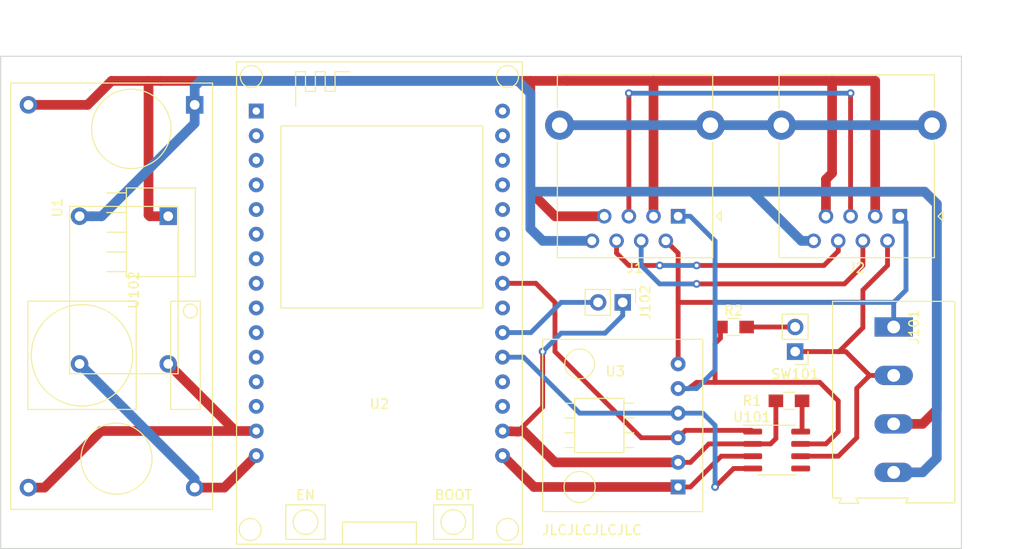
<source format=kicad_pcb>
(kicad_pcb (version 20171130) (host pcbnew "(5.1.5)-3")

  (general
    (thickness 1.6)
    (drawings 7)
    (tracks 166)
    (zones 0)
    (modules 12)
    (nets 42)
  )

  (page A4)
  (layers
    (0 F.Cu signal)
    (31 B.Cu signal)
    (32 B.Adhes user)
    (33 F.Adhes user)
    (34 B.Paste user)
    (35 F.Paste user)
    (36 B.SilkS user)
    (37 F.SilkS user)
    (38 B.Mask user)
    (39 F.Mask user)
    (40 Dwgs.User user)
    (41 Cmts.User user)
    (42 Eco1.User user)
    (43 Eco2.User user)
    (44 Edge.Cuts user)
    (45 Margin user)
    (46 B.CrtYd user)
    (47 F.CrtYd user)
    (48 B.Fab user)
    (49 F.Fab user hide)
  )

  (setup
    (last_trace_width 0.25)
    (user_trace_width 0.5)
    (user_trace_width 1)
    (trace_clearance 0.2)
    (zone_clearance 0.508)
    (zone_45_only no)
    (trace_min 0.2)
    (via_size 0.8)
    (via_drill 0.4)
    (via_min_size 0.4)
    (via_min_drill 0.3)
    (uvia_size 0.3)
    (uvia_drill 0.1)
    (uvias_allowed no)
    (uvia_min_size 0.2)
    (uvia_min_drill 0.1)
    (edge_width 0.05)
    (segment_width 0.2)
    (pcb_text_width 0.3)
    (pcb_text_size 1.5 1.5)
    (mod_edge_width 0.12)
    (mod_text_size 1 1)
    (mod_text_width 0.15)
    (pad_size 1.524 1.524)
    (pad_drill 0.762)
    (pad_to_mask_clearance 0.051)
    (solder_mask_min_width 0.25)
    (aux_axis_origin 0 0)
    (visible_elements 7FFFF7FF)
    (pcbplotparams
      (layerselection 0x010f0_ffffffff)
      (usegerberextensions false)
      (usegerberattributes false)
      (usegerberadvancedattributes false)
      (creategerberjobfile false)
      (excludeedgelayer true)
      (linewidth 0.100000)
      (plotframeref false)
      (viasonmask false)
      (mode 1)
      (useauxorigin false)
      (hpglpennumber 1)
      (hpglpenspeed 20)
      (hpglpendiameter 15.000000)
      (psnegative false)
      (psa4output false)
      (plotreference true)
      (plotvalue false)
      (plotinvisibletext false)
      (padsonsilk true)
      (subtractmaskfromsilk false)
      (outputformat 1)
      (mirror false)
      (drillshape 0)
      (scaleselection 1)
      (outputdirectory "gerber/"))
  )

  (net 0 "")
  (net 1 "Net-(J1-Pad1)")
  (net 2 "Net-(J1-Pad2)")
  (net 3 "Net-(J1-Pad3)")
  (net 4 "Net-(J1-Pad4)")
  (net 5 "Net-(J1-Pad5)")
  (net 6 "Net-(J1-Pad6)")
  (net 7 "Net-(U1-Pad4)")
  (net 8 "Net-(U1-Pad3)")
  (net 9 "Net-(U2-Pad28)")
  (net 10 "Net-(U2-Pad27)")
  (net 11 "Net-(U2-Pad24)")
  (net 12 "Net-(U2-Pad22)")
  (net 13 "Net-(U2-Pad21)")
  (net 14 "Net-(U2-Pad20)")
  (net 15 "Net-(U2-Pad19)")
  (net 16 "Net-(U2-Pad18)")
  (net 17 "Net-(U2-Pad17)")
  (net 18 "Net-(U2-Pad16)")
  (net 19 "Net-(U2-Pad13)")
  (net 20 "Net-(U2-Pad12)")
  (net 21 "Net-(U2-Pad11)")
  (net 22 "Net-(U2-Pad10)")
  (net 23 "Net-(U2-Pad9)")
  (net 24 "Net-(U2-Pad8)")
  (net 25 "Net-(U2-Pad7)")
  (net 26 "Net-(U2-Pad6)")
  (net 27 "Net-(U2-Pad5)")
  (net 28 "Net-(U2-Pad4)")
  (net 29 "Net-(U2-Pad3)")
  (net 30 "Net-(U2-Pad2)")
  (net 31 "Net-(U2-Pad1)")
  (net 32 "Net-(J1-PadSH)")
  (net 33 "Net-(R1-Pad2)")
  (net 34 "Net-(R2-Pad2)")
  (net 35 "Net-(U101-Pad3)")
  (net 36 "Net-(U101-Pad4)")
  (net 37 "Net-(U101-Pad1)")
  (net 38 "Net-(U101-Pad5)")
  (net 39 "Net-(J1-Pad8)")
  (net 40 "Net-(J102-Pad1)")
  (net 41 "Net-(J102-Pad2)")

  (net_class Default "Dies ist die voreingestellte Netzklasse."
    (clearance 0.2)
    (trace_width 0.25)
    (via_dia 0.8)
    (via_drill 0.4)
    (uvia_dia 0.3)
    (uvia_drill 0.1)
    (add_net "Net-(J1-Pad1)")
    (add_net "Net-(J1-Pad2)")
    (add_net "Net-(J1-Pad3)")
    (add_net "Net-(J1-Pad4)")
    (add_net "Net-(J1-Pad5)")
    (add_net "Net-(J1-Pad6)")
    (add_net "Net-(J1-Pad8)")
    (add_net "Net-(J1-PadSH)")
    (add_net "Net-(J102-Pad1)")
    (add_net "Net-(J102-Pad2)")
    (add_net "Net-(R1-Pad2)")
    (add_net "Net-(R2-Pad2)")
    (add_net "Net-(U1-Pad3)")
    (add_net "Net-(U1-Pad4)")
    (add_net "Net-(U101-Pad1)")
    (add_net "Net-(U101-Pad3)")
    (add_net "Net-(U101-Pad4)")
    (add_net "Net-(U101-Pad5)")
    (add_net "Net-(U2-Pad1)")
    (add_net "Net-(U2-Pad10)")
    (add_net "Net-(U2-Pad11)")
    (add_net "Net-(U2-Pad12)")
    (add_net "Net-(U2-Pad13)")
    (add_net "Net-(U2-Pad16)")
    (add_net "Net-(U2-Pad17)")
    (add_net "Net-(U2-Pad18)")
    (add_net "Net-(U2-Pad19)")
    (add_net "Net-(U2-Pad2)")
    (add_net "Net-(U2-Pad20)")
    (add_net "Net-(U2-Pad21)")
    (add_net "Net-(U2-Pad22)")
    (add_net "Net-(U2-Pad24)")
    (add_net "Net-(U2-Pad27)")
    (add_net "Net-(U2-Pad28)")
    (add_net "Net-(U2-Pad3)")
    (add_net "Net-(U2-Pad4)")
    (add_net "Net-(U2-Pad5)")
    (add_net "Net-(U2-Pad6)")
    (add_net "Net-(U2-Pad7)")
    (add_net "Net-(U2-Pad8)")
    (add_net "Net-(U2-Pad9)")
  )

  (module CANGateway:Mini360_Module (layer F.Cu) (tedit 5F8A1FFD) (tstamp 5F8A406E)
    (at 83.82 99.06 270)
    (path /5F8CCD12)
    (fp_text reference U102 (at 0 -1.016 90) (layer F.SilkS)
      (effects (font (size 1 1) (thickness 0.15)))
    )
    (fp_text value Mini360_Module (at 0.508 1.016 90) (layer F.Fab)
      (effects (font (size 1 1) (thickness 0.15)))
    )
    (fp_line (start -8.64 5.59) (end -8.636 -5.59) (layer F.SilkS) (width 0.12))
    (fp_line (start 8.64 5.59) (end -8.64 5.59) (layer F.SilkS) (width 0.12))
    (fp_line (start 8.636 -5.588) (end 8.636 5.588) (layer F.SilkS) (width 0.12))
    (fp_line (start -8.636 -5.59) (end 8.636 -5.59) (layer F.SilkS) (width 0.12))
    (pad 4 thru_hole circle (at 7.62 4.572 270) (size 1.8 1.8) (drill 1) (layers *.Cu *.Mask)
      (net 8 "Net-(U1-Pad3)"))
    (pad 3 thru_hole circle (at 7.62 -4.572 270) (size 1.8 1.8) (drill 1) (layers *.Cu *.Mask)
      (net 7 "Net-(U1-Pad4)"))
    (pad 2 thru_hole circle (at -7.62 4.572 270) (size 1.8 1.8) (drill 1) (layers *.Cu *.Mask)
      (net 39 "Net-(J1-Pad8)"))
    (pad 1 thru_hole rect (at -7.62 -4.572 270) (size 1.8 1.8) (drill 1) (layers *.Cu *.Mask)
      (net 3 "Net-(J1-Pad3)"))
  )

  (module Connectors_Terminal_Blocks:TerminalBlock_Altech_AK300-4_P5.00mm (layer F.Cu) (tedit 59FF0306) (tstamp 5F822B71)
    (at 163.195 102.87 270)
    (descr "Altech AK300 terminal block, pitch 5.0mm, 45 degree angled, see http://www.mouser.com/ds/2/16/PCBMETRC-24178.pdf")
    (tags "Altech AK300 terminal block pitch 5.0mm")
    (path /5F823DCD)
    (fp_text reference J101 (at 0 -2.1 90) (layer F.SilkS)
      (effects (font (size 1 1) (thickness 0.15)))
    )
    (fp_text value Conn_01x04_Male (at 0 9.8 90) (layer F.Fab)
      (effects (font (size 1 1) (thickness 0.15)))
    )
    (fp_text user %R (at 0 -2.1 90) (layer F.Fab)
      (effects (font (size 1 1) (thickness 0.15)))
    )
    (fp_line (start -2.65 -6.3) (end 18.15 -6.3) (layer F.SilkS) (width 0.12))
    (fp_line (start 18.15 -6.3) (end 18.15 -1.25) (layer F.SilkS) (width 0.12))
    (fp_line (start 18.15 -1.25) (end 17.65 -1.5) (layer F.SilkS) (width 0.12))
    (fp_line (start 17.65 -1.5) (end 17.65 3.9) (layer F.SilkS) (width 0.12))
    (fp_line (start 17.65 3.9) (end 18.2 3.6) (layer F.SilkS) (width 0.12))
    (fp_line (start 18.2 3.6) (end 18.2 5.65) (layer F.SilkS) (width 0.12))
    (fp_line (start 18.2 5.65) (end 17.65 5.35) (layer F.SilkS) (width 0.12))
    (fp_line (start 17.65 5.35) (end 17.65 6.3) (layer F.SilkS) (width 0.12))
    (fp_line (start 17.65 6.3) (end -2.65 6.3) (layer F.SilkS) (width 0.12))
    (fp_line (start -2.65 6.3) (end -2.65 -6.3) (layer F.SilkS) (width 0.12))
    (fp_line (start 8.75 -0.25) (end 8.75 2.54) (layer F.Fab) (width 0.1))
    (fp_line (start 8.75 2.54) (end 11.29 2.54) (layer F.Fab) (width 0.1))
    (fp_line (start 11.29 2.54) (end 11.29 -0.25) (layer F.Fab) (width 0.1))
    (fp_line (start 7.94 -3.43) (end 7.94 -5.97) (layer F.Fab) (width 0.1))
    (fp_line (start 7.94 -5.97) (end 12 -5.97) (layer F.Fab) (width 0.1))
    (fp_line (start 12 -5.97) (end 12 -3.43) (layer F.Fab) (width 0.1))
    (fp_line (start 12 -3.43) (end 7.94 -3.43) (layer F.Fab) (width 0.1))
    (fp_line (start 8.34 -4.45) (end 11.39 -5.08) (layer F.Fab) (width 0.1))
    (fp_line (start 8.47 -4.32) (end 11.52 -4.95) (layer F.Fab) (width 0.1))
    (fp_line (start 7.99 4.32) (end 12.05 4.32) (layer F.Fab) (width 0.1))
    (fp_line (start 12.05 6.22) (end 12.05 -0.25) (layer F.Fab) (width 0.1))
    (fp_line (start 8.37 0.51) (end 8.75 0.51) (layer F.Fab) (width 0.1))
    (fp_line (start 8.37 0.51) (end 8.37 3.68) (layer F.Fab) (width 0.1))
    (fp_line (start 8.37 3.68) (end 11.67 3.68) (layer F.Fab) (width 0.1))
    (fp_line (start 11.67 3.68) (end 11.67 0.51) (layer F.Fab) (width 0.1))
    (fp_line (start 11.67 0.51) (end 11.29 0.51) (layer F.Fab) (width 0.1))
    (fp_line (start 12.51 -0.64) (end 17.59 -0.64) (layer F.Fab) (width 0.1))
    (fp_line (start 7.99 6.22) (end 7.99 -0.25) (layer F.Fab) (width 0.1))
    (fp_line (start 7.99 -0.25) (end 12.05 -0.25) (layer F.Fab) (width 0.1))
    (fp_line (start 16.95 6.22) (end 13.02 6.22) (layer F.Fab) (width 0.1))
    (fp_line (start 13.17 6.22) (end 7.07 6.22) (layer F.Fab) (width 0.1))
    (fp_line (start 17.59 -3.05) (end -2.58 -3.05) (layer F.Fab) (width 0.1))
    (fp_line (start 17.74 -6.22) (end -2.58 -6.22) (layer F.Fab) (width 0.1))
    (fp_line (start 12.66 -0.64) (end -2.52 -0.64) (layer F.Fab) (width 0.1))
    (fp_line (start 12.95 4) (end 12.95 -0.25) (layer F.Fab) (width 0.1))
    (fp_line (start 13.35 -0.25) (end 16.65 -0.25) (layer F.Fab) (width 0.1))
    (fp_line (start 12.97 -0.25) (end 13.35 -0.25) (layer F.Fab) (width 0.1))
    (fp_line (start 17.03 -0.25) (end 16.65 -0.25) (layer F.Fab) (width 0.1))
    (fp_line (start 13.5 -4.32) (end 16.55 -4.95) (layer F.Fab) (width 0.1))
    (fp_line (start 13.37 -4.45) (end 16.42 -5.08) (layer F.Fab) (width 0.1))
    (fp_line (start 17.03 -3.43) (end 12.97 -3.43) (layer F.Fab) (width 0.1))
    (fp_line (start 17.03 -5.97) (end 17.03 -3.43) (layer F.Fab) (width 0.1))
    (fp_line (start 12.97 -5.97) (end 17.03 -5.97) (layer F.Fab) (width 0.1))
    (fp_line (start 12.97 -3.43) (end 12.97 -5.97) (layer F.Fab) (width 0.1))
    (fp_line (start 17.59 -3.17) (end 17.59 -1.65) (layer F.Fab) (width 0.1))
    (fp_line (start 17.59 -0.64) (end 17.59 4.06) (layer F.Fab) (width 0.1))
    (fp_line (start 17.59 -1.65) (end 17.59 -0.64) (layer F.Fab) (width 0.1))
    (fp_line (start 16.65 0.51) (end 16.27 0.51) (layer F.Fab) (width 0.1))
    (fp_line (start 13.35 0.51) (end 13.73 0.51) (layer F.Fab) (width 0.1))
    (fp_line (start 13.35 3.68) (end 13.35 0.51) (layer F.Fab) (width 0.1))
    (fp_line (start 16.65 3.68) (end 13.35 3.68) (layer F.Fab) (width 0.1))
    (fp_line (start 16.65 3.68) (end 16.65 0.51) (layer F.Fab) (width 0.1))
    (fp_line (start 17.03 4.32) (end 17.03 6.22) (layer F.Fab) (width 0.1))
    (fp_line (start 12.97 4.32) (end 17.03 4.32) (layer F.Fab) (width 0.1))
    (fp_line (start 17.03 6.22) (end 17.59 6.22) (layer F.Fab) (width 0.1))
    (fp_line (start 17.03 -0.25) (end 17.03 4.32) (layer F.Fab) (width 0.1))
    (fp_line (start 12.97 6.22) (end 12.97 4.32) (layer F.Fab) (width 0.1))
    (fp_line (start 18.1 3.81) (end 18.1 5.46) (layer F.Fab) (width 0.1))
    (fp_line (start 17.59 4.06) (end 17.59 5.21) (layer F.Fab) (width 0.1))
    (fp_line (start 18.1 3.81) (end 17.59 4.06) (layer F.Fab) (width 0.1))
    (fp_line (start 17.59 5.21) (end 17.59 6.22) (layer F.Fab) (width 0.1))
    (fp_line (start 18.1 5.46) (end 17.59 5.21) (layer F.Fab) (width 0.1))
    (fp_line (start 18.1 -1.4) (end 17.59 -1.65) (layer F.Fab) (width 0.1))
    (fp_line (start 18.1 -6.22) (end 18.1 -1.4) (layer F.Fab) (width 0.1))
    (fp_line (start 17.59 -6.22) (end 18.1 -6.22) (layer F.Fab) (width 0.1))
    (fp_line (start 17.59 -6.22) (end 17.59 -3.17) (layer F.Fab) (width 0.1))
    (fp_line (start 13.73 2.54) (end 13.73 -0.25) (layer F.Fab) (width 0.1))
    (fp_line (start 13.73 -0.25) (end 16.27 -0.25) (layer F.Fab) (width 0.1))
    (fp_line (start 16.27 2.54) (end 16.27 -0.25) (layer F.Fab) (width 0.1))
    (fp_line (start 13.73 2.54) (end 16.27 2.54) (layer F.Fab) (width 0.1))
    (fp_line (start -1.28 2.54) (end 1.26 2.54) (layer F.Fab) (width 0.1))
    (fp_line (start 1.26 2.54) (end 1.26 -0.25) (layer F.Fab) (width 0.1))
    (fp_line (start -1.28 -0.25) (end 1.26 -0.25) (layer F.Fab) (width 0.1))
    (fp_line (start -1.28 2.54) (end -1.28 -0.25) (layer F.Fab) (width 0.1))
    (fp_line (start 3.72 2.54) (end 6.26 2.54) (layer F.Fab) (width 0.1))
    (fp_line (start 6.26 2.54) (end 6.26 -0.25) (layer F.Fab) (width 0.1))
    (fp_line (start 3.72 -0.25) (end 6.26 -0.25) (layer F.Fab) (width 0.1))
    (fp_line (start 3.72 2.54) (end 3.72 -0.25) (layer F.Fab) (width 0.1))
    (fp_line (start 12.95 5.21) (end 12.95 6.22) (layer F.Fab) (width 0.1))
    (fp_line (start 12.95 4.06) (end 12.95 5.21) (layer F.Fab) (width 0.1))
    (fp_line (start 2.96 6.22) (end 2.96 4.32) (layer F.Fab) (width 0.1))
    (fp_line (start 7.02 -0.25) (end 7.02 4.32) (layer F.Fab) (width 0.1))
    (fp_line (start 2.96 6.22) (end 7.02 6.22) (layer F.Fab) (width 0.1))
    (fp_line (start 2.02 6.22) (end 2.02 4.32) (layer F.Fab) (width 0.1))
    (fp_line (start 2.02 6.22) (end 2.96 6.22) (layer F.Fab) (width 0.1))
    (fp_line (start -2.05 -0.25) (end -2.05 4.32) (layer F.Fab) (width 0.1))
    (fp_line (start -2.58 6.22) (end -2.05 6.22) (layer F.Fab) (width 0.1))
    (fp_line (start -2.05 6.22) (end 2.02 6.22) (layer F.Fab) (width 0.1))
    (fp_line (start 2.96 4.32) (end 7.02 4.32) (layer F.Fab) (width 0.1))
    (fp_line (start 2.96 4.32) (end 2.96 -0.25) (layer F.Fab) (width 0.1))
    (fp_line (start 7.02 4.32) (end 7.02 6.22) (layer F.Fab) (width 0.1))
    (fp_line (start 2.02 4.32) (end -2.05 4.32) (layer F.Fab) (width 0.1))
    (fp_line (start 2.02 4.32) (end 2.02 -0.25) (layer F.Fab) (width 0.1))
    (fp_line (start -2.05 4.32) (end -2.05 6.22) (layer F.Fab) (width 0.1))
    (fp_line (start 6.64 3.68) (end 6.64 0.51) (layer F.Fab) (width 0.1))
    (fp_line (start 6.64 3.68) (end 3.34 3.68) (layer F.Fab) (width 0.1))
    (fp_line (start 3.34 3.68) (end 3.34 0.51) (layer F.Fab) (width 0.1))
    (fp_line (start 1.64 3.68) (end 1.64 0.51) (layer F.Fab) (width 0.1))
    (fp_line (start 1.64 3.68) (end -1.67 3.68) (layer F.Fab) (width 0.1))
    (fp_line (start -1.67 3.68) (end -1.67 0.51) (layer F.Fab) (width 0.1))
    (fp_line (start -1.67 0.51) (end -1.28 0.51) (layer F.Fab) (width 0.1))
    (fp_line (start 1.64 0.51) (end 1.26 0.51) (layer F.Fab) (width 0.1))
    (fp_line (start 3.34 0.51) (end 3.72 0.51) (layer F.Fab) (width 0.1))
    (fp_line (start 6.64 0.51) (end 6.26 0.51) (layer F.Fab) (width 0.1))
    (fp_line (start -2.58 6.22) (end -2.58 -0.64) (layer F.Fab) (width 0.1))
    (fp_line (start -2.58 -0.64) (end -2.58 -3.17) (layer F.Fab) (width 0.1))
    (fp_line (start -2.58 -3.17) (end -2.58 -6.22) (layer F.Fab) (width 0.1))
    (fp_line (start 2.96 -3.43) (end 2.96 -5.97) (layer F.Fab) (width 0.1))
    (fp_line (start 2.96 -5.97) (end 7.02 -5.97) (layer F.Fab) (width 0.1))
    (fp_line (start 7.02 -5.97) (end 7.02 -3.43) (layer F.Fab) (width 0.1))
    (fp_line (start 7.02 -3.43) (end 2.96 -3.43) (layer F.Fab) (width 0.1))
    (fp_line (start 2.02 -3.43) (end 2.02 -5.97) (layer F.Fab) (width 0.1))
    (fp_line (start 2.02 -3.43) (end -2.05 -3.43) (layer F.Fab) (width 0.1))
    (fp_line (start -2.05 -3.43) (end -2.05 -5.97) (layer F.Fab) (width 0.1))
    (fp_line (start 2.02 -5.97) (end -2.05 -5.97) (layer F.Fab) (width 0.1))
    (fp_line (start 3.36 -4.45) (end 6.41 -5.08) (layer F.Fab) (width 0.1))
    (fp_line (start 3.49 -4.32) (end 6.54 -4.95) (layer F.Fab) (width 0.1))
    (fp_line (start -1.64 -4.45) (end 1.41 -5.08) (layer F.Fab) (width 0.1))
    (fp_line (start -1.51 -4.32) (end 1.53 -4.95) (layer F.Fab) (width 0.1))
    (fp_line (start -2.05 -0.25) (end -1.67 -0.25) (layer F.Fab) (width 0.1))
    (fp_line (start 2.02 -0.25) (end 1.64 -0.25) (layer F.Fab) (width 0.1))
    (fp_line (start 1.64 -0.25) (end -1.67 -0.25) (layer F.Fab) (width 0.1))
    (fp_line (start 7.02 -0.25) (end 6.64 -0.25) (layer F.Fab) (width 0.1))
    (fp_line (start 2.96 -0.25) (end 3.34 -0.25) (layer F.Fab) (width 0.1))
    (fp_line (start 3.34 -0.25) (end 6.64 -0.25) (layer F.Fab) (width 0.1))
    (fp_line (start -2.83 -6.47) (end 18.35 -6.47) (layer F.CrtYd) (width 0.05))
    (fp_line (start -2.83 -6.47) (end -2.83 6.47) (layer F.CrtYd) (width 0.05))
    (fp_line (start 18.35 6.47) (end 18.35 -6.47) (layer F.CrtYd) (width 0.05))
    (fp_line (start 18.35 6.47) (end -2.83 6.47) (layer F.CrtYd) (width 0.05))
    (fp_arc (start 10.99 -4.59) (end 11.49 -5.05) (angle 90.5) (layer F.Fab) (width 0.1))
    (fp_arc (start 10.02 -6.07) (end 11.48 -4.12) (angle 75.5) (layer F.Fab) (width 0.1))
    (fp_arc (start 9.94 -3.71) (end 8.34 -5) (angle 100) (layer F.Fab) (width 0.1))
    (fp_arc (start 8.83 -4.65) (end 8.54 -4.13) (angle 104.2) (layer F.Fab) (width 0.1))
    (fp_arc (start 13.86 -4.65) (end 13.57 -4.13) (angle 104.2) (layer F.Fab) (width 0.1))
    (fp_arc (start 14.97 -3.71) (end 13.37 -5) (angle 100) (layer F.Fab) (width 0.1))
    (fp_arc (start 15.05 -6.07) (end 16.51 -4.12) (angle 75.5) (layer F.Fab) (width 0.1))
    (fp_arc (start 16.02 -4.59) (end 16.52 -5.05) (angle 90.5) (layer F.Fab) (width 0.1))
    (fp_arc (start 6.01 -4.59) (end 6.51 -5.05) (angle 90.5) (layer F.Fab) (width 0.1))
    (fp_arc (start 5.04 -6.07) (end 6.5 -4.12) (angle 75.5) (layer F.Fab) (width 0.1))
    (fp_arc (start 4.96 -3.71) (end 3.36 -5) (angle 100) (layer F.Fab) (width 0.1))
    (fp_arc (start 3.85 -4.65) (end 3.56 -4.13) (angle 104.2) (layer F.Fab) (width 0.1))
    (fp_arc (start 1 -4.59) (end 1.51 -5.05) (angle 90.5) (layer F.Fab) (width 0.1))
    (fp_arc (start 0.04 -6.07) (end 1.5 -4.12) (angle 75.5) (layer F.Fab) (width 0.1))
    (fp_arc (start -0.04 -3.71) (end -1.64 -5) (angle 100) (layer F.Fab) (width 0.1))
    (fp_arc (start -1.16 -4.65) (end -1.44 -4.13) (angle 104.2) (layer F.Fab) (width 0.1))
    (pad 1 thru_hole rect (at 0 0 270) (size 1.98 3.96) (drill 1.32) (layers *.Cu *.Mask)
      (net 1 "Net-(J1-Pad1)"))
    (pad 2 thru_hole oval (at 5 0 270) (size 1.98 3.96) (drill 1.32) (layers *.Cu *.Mask)
      (net 2 "Net-(J1-Pad2)"))
    (pad 4 thru_hole oval (at 15 0 270) (size 1.98 3.96) (drill 1.32) (layers *.Cu *.Mask)
      (net 39 "Net-(J1-Pad8)"))
    (pad 3 thru_hole oval (at 10 0 270) (size 1.98 3.96) (drill 1.32) (layers *.Cu *.Mask)
      (net 3 "Net-(J1-Pad3)"))
    (model ${KISYS3DMOD}/Terminal_Blocks.3dshapes/TerminalBlock_Altech_AK300-4_P5.00mm.wrl
      (at (xyz 0 0 0))
      (scale (xyz 1 1 1))
      (rotate (xyz 0 0 0))
    )
  )

  (module CANGateway:ESP32_DEVKIT (layer F.Cu) (tedit 5E407144) (tstamp 5E40867B)
    (at 110.167 95.825)
    (path /5E413C81)
    (fp_text reference U2 (at 0 14.986) (layer F.SilkS)
      (effects (font (size 1 1) (thickness 0.15)))
    )
    (fp_text value ESP32_DEVKIT1 (at 0 17.653) (layer F.Fab)
      (effects (font (size 1 1) (thickness 0.15)))
    )
    (fp_text user EN (at -7.62 24.384) (layer F.SilkS)
      (effects (font (size 1 1) (thickness 0.15)))
    )
    (fp_text user BOOT (at 7.62 24.384) (layer F.SilkS)
      (effects (font (size 1 1) (thickness 0.15)))
    )
    (fp_line (start -10.16 5.08) (end -10.16 -13.716) (layer F.SilkS) (width 0.12))
    (fp_line (start 10.668 5.08) (end -10.16 5.08) (layer F.SilkS) (width 0.12))
    (fp_line (start 10.668 -13.716) (end 10.668 5.08) (layer F.SilkS) (width 0.12))
    (fp_line (start -10.16 -13.716) (end 10.668 -13.716) (layer F.SilkS) (width 0.12))
    (fp_line (start -4.572 -19.304) (end -3.048 -19.304) (layer F.SilkS) (width 0.12))
    (fp_line (start -4.572 -17.272) (end -4.572 -19.304) (layer F.SilkS) (width 0.12))
    (fp_line (start -5.588 -17.272) (end -4.572 -17.272) (layer F.SilkS) (width 0.12))
    (fp_line (start -5.588 -19.304) (end -5.588 -17.272) (layer F.SilkS) (width 0.12))
    (fp_line (start -6.604 -19.304) (end -5.588 -19.304) (layer F.SilkS) (width 0.12))
    (fp_line (start -6.604 -17.272) (end -6.604 -19.304) (layer F.SilkS) (width 0.12))
    (fp_line (start -7.62 -17.272) (end -6.604 -17.272) (layer F.SilkS) (width 0.12))
    (fp_line (start -7.62 -19.304) (end -7.62 -17.272) (layer F.SilkS) (width 0.12))
    (fp_line (start -8.636 -19.304) (end -7.62 -19.304) (layer F.SilkS) (width 0.12))
    (fp_line (start -8.636 -15.748) (end -8.636 -19.304) (layer F.SilkS) (width 0.12))
    (fp_line (start -9.652 28.956) (end -9.652 25.4) (layer F.SilkS) (width 0.12))
    (fp_line (start -5.588 28.956) (end -9.652 28.956) (layer F.SilkS) (width 0.12))
    (fp_line (start -5.588 25.4) (end -5.588 28.956) (layer F.SilkS) (width 0.12))
    (fp_line (start -9.652 25.4) (end -5.588 25.4) (layer F.SilkS) (width 0.12))
    (fp_line (start 5.588 28.956) (end 5.588 25.4) (layer F.SilkS) (width 0.12))
    (fp_line (start 9.652 28.956) (end 5.588 28.956) (layer F.SilkS) (width 0.12))
    (fp_line (start 9.652 25.4) (end 9.652 28.956) (layer F.SilkS) (width 0.12))
    (fp_line (start 5.588 25.4) (end 9.652 25.4) (layer F.SilkS) (width 0.12))
    (fp_circle (center -13.327922 27.94) (end -12.311922 28.448) (layer F.SilkS) (width 0.12))
    (fp_circle (center 13.208 27.94) (end 13.716 26.924) (layer F.SilkS) (width 0.12))
    (fp_circle (center -13.208 -18.796) (end -12.192 -18.288) (layer F.SilkS) (width 0.12))
    (fp_circle (center 13.208 -18.796) (end 14.343923 -18.796) (layer F.SilkS) (width 0.12))
    (fp_circle (center -7.62 27.178) (end -8.89 27.178) (layer F.SilkS) (width 0.12))
    (fp_circle (center 7.62 27.178) (end 8.89 27.178) (layer F.SilkS) (width 0.12))
    (fp_line (start 3.81 27.178) (end 3.81 29.464) (layer F.SilkS) (width 0.12))
    (fp_line (start -3.81 27.178) (end 3.81 27.178) (layer F.SilkS) (width 0.12))
    (fp_line (start -3.81 29.464) (end -3.81 27.178) (layer F.SilkS) (width 0.12))
    (fp_line (start -14.732 29.464) (end -14.732 -20.32) (layer F.SilkS) (width 0.12))
    (fp_line (start 14.732 29.464) (end -14.732 29.464) (layer F.SilkS) (width 0.12))
    (fp_line (start 14.732 -20.32) (end 14.732 29.464) (layer F.SilkS) (width 0.12))
    (fp_line (start -14.732 -20.32) (end 14.732 -20.32) (layer F.SilkS) (width 0.12))
    (pad 30 thru_hole circle (at 12.7 20.32) (size 1.524 1.524) (drill 0.762) (layers *.Cu *.Mask)
      (net 35 "Net-(U101-Pad3)"))
    (pad 29 thru_hole circle (at 12.7 17.78) (size 1.524 1.524) (drill 0.762) (layers *.Cu *.Mask)
      (net 40 "Net-(J102-Pad1)"))
    (pad 28 thru_hole circle (at 12.7 15.24) (size 1.524 1.524) (drill 0.762) (layers *.Cu *.Mask)
      (net 9 "Net-(U2-Pad28)"))
    (pad 27 thru_hole circle (at 12.7 12.7) (size 1.524 1.524) (drill 0.762) (layers *.Cu *.Mask)
      (net 10 "Net-(U2-Pad27)"))
    (pad 26 thru_hole circle (at 12.7 10.16) (size 1.524 1.524) (drill 0.762) (layers *.Cu *.Mask)
      (net 36 "Net-(U101-Pad4)"))
    (pad 25 thru_hole circle (at 12.7 7.62) (size 1.524 1.524) (drill 0.762) (layers *.Cu *.Mask)
      (net 41 "Net-(J102-Pad2)"))
    (pad 24 thru_hole circle (at 12.7 5.08) (size 1.524 1.524) (drill 0.762) (layers *.Cu *.Mask)
      (net 11 "Net-(U2-Pad24)"))
    (pad 23 thru_hole circle (at 12.7 2.54) (size 1.524 1.524) (drill 0.762) (layers *.Cu *.Mask)
      (net 37 "Net-(U101-Pad1)"))
    (pad 22 thru_hole circle (at 12.7 0) (size 1.524 1.524) (drill 0.762) (layers *.Cu *.Mask)
      (net 12 "Net-(U2-Pad22)"))
    (pad 21 thru_hole circle (at 12.7 -2.54) (size 1.524 1.524) (drill 0.762) (layers *.Cu *.Mask)
      (net 13 "Net-(U2-Pad21)"))
    (pad 20 thru_hole circle (at 12.7 -5.08) (size 1.524 1.524) (drill 0.762) (layers *.Cu *.Mask)
      (net 14 "Net-(U2-Pad20)"))
    (pad 19 thru_hole circle (at 12.7 -7.62) (size 1.524 1.524) (drill 0.762) (layers *.Cu *.Mask)
      (net 15 "Net-(U2-Pad19)"))
    (pad 18 thru_hole circle (at 12.7 -10.16) (size 1.524 1.524) (drill 0.762) (layers *.Cu *.Mask)
      (net 16 "Net-(U2-Pad18)"))
    (pad 17 thru_hole circle (at 12.7 -12.7) (size 1.524 1.524) (drill 0.762) (layers *.Cu *.Mask)
      (net 17 "Net-(U2-Pad17)"))
    (pad 16 thru_hole circle (at 12.7 -15.24) (size 1.524 1.524) (drill 0.762) (layers *.Cu *.Mask)
      (net 18 "Net-(U2-Pad16)"))
    (pad 15 thru_hole circle (at -12.7 20.32) (size 1.524 1.524) (drill 0.762) (layers *.Cu *.Mask)
      (net 8 "Net-(U1-Pad3)"))
    (pad 14 thru_hole circle (at -12.7 17.78) (size 1.524 1.524) (drill 0.762) (layers *.Cu *.Mask)
      (net 7 "Net-(U1-Pad4)"))
    (pad 13 thru_hole circle (at -12.7 15.24) (size 1.524 1.524) (drill 0.762) (layers *.Cu *.Mask)
      (net 19 "Net-(U2-Pad13)"))
    (pad 12 thru_hole circle (at -12.7 12.7) (size 1.524 1.524) (drill 0.762) (layers *.Cu *.Mask)
      (net 20 "Net-(U2-Pad12)"))
    (pad 11 thru_hole circle (at -12.7 10.16) (size 1.524 1.524) (drill 0.762) (layers *.Cu *.Mask)
      (net 21 "Net-(U2-Pad11)"))
    (pad 10 thru_hole circle (at -12.7 7.62) (size 1.524 1.524) (drill 0.762) (layers *.Cu *.Mask)
      (net 22 "Net-(U2-Pad10)"))
    (pad 9 thru_hole circle (at -12.7 5.08) (size 1.524 1.524) (drill 0.762) (layers *.Cu *.Mask)
      (net 23 "Net-(U2-Pad9)"))
    (pad 8 thru_hole circle (at -12.7 2.54) (size 1.524 1.524) (drill 0.762) (layers *.Cu *.Mask)
      (net 24 "Net-(U2-Pad8)"))
    (pad 7 thru_hole circle (at -12.7 0) (size 1.524 1.524) (drill 0.762) (layers *.Cu *.Mask)
      (net 25 "Net-(U2-Pad7)"))
    (pad 6 thru_hole circle (at -12.7 -2.54) (size 1.524 1.524) (drill 0.762) (layers *.Cu *.Mask)
      (net 26 "Net-(U2-Pad6)"))
    (pad 5 thru_hole circle (at -12.7 -5.08) (size 1.524 1.524) (drill 0.762) (layers *.Cu *.Mask)
      (net 27 "Net-(U2-Pad5)"))
    (pad 4 thru_hole circle (at -12.7 -7.62) (size 1.524 1.524) (drill 0.762) (layers *.Cu *.Mask)
      (net 28 "Net-(U2-Pad4)"))
    (pad 3 thru_hole circle (at -12.7 -10.16) (size 1.524 1.524) (drill 0.762) (layers *.Cu *.Mask)
      (net 29 "Net-(U2-Pad3)"))
    (pad 2 thru_hole circle (at -12.7 -12.7) (size 1.524 1.524) (drill 0.762) (layers *.Cu *.Mask)
      (net 30 "Net-(U2-Pad2)"))
    (pad 1 thru_hole rect (at -12.7 -15.24) (size 1.524 1.524) (drill 0.762) (layers *.Cu *.Mask)
      (net 31 "Net-(U2-Pad1)"))
  )

  (module CANGateway:LM2596_Module (layer F.Cu) (tedit 5F8A1860) (tstamp 5E408634)
    (at 82.55 99.695 270)
    (path /5E40BEA2)
    (fp_text reference U1 (at -9.144 5.588 90) (layer F.SilkS)
      (effects (font (size 1 1) (thickness 0.15)))
    )
    (fp_text value LM2596_Module (at -8.636 8.128 90) (layer F.Fab)
      (effects (font (size 1 1) (thickness 0.15)))
    )
    (fp_circle (center 1.524 -8.128) (end 2.032 -7.62) (layer F.SilkS) (width 0.12))
    (fp_line (start 0.508 -6.096) (end 0.508 -9.144) (layer F.SilkS) (width 0.12))
    (fp_line (start 11.684 -6.096) (end 0.508 -6.096) (layer F.SilkS) (width 0.12))
    (fp_line (start 11.684 -9.144) (end 11.684 -6.096) (layer F.SilkS) (width 0.12))
    (fp_line (start 0.508 -9.144) (end 11.684 -9.144) (layer F.SilkS) (width 0.12))
    (fp_line (start -10.668 -1.524) (end -10.668 0.508) (layer F.SilkS) (width 0.12))
    (fp_line (start -8.636 -1.016) (end -8.636 -1.524) (layer F.SilkS) (width 0.12))
    (fp_line (start -8.636 -1.016) (end -8.636 0.508) (layer F.SilkS) (width 0.12))
    (fp_line (start -2.54 -1.524) (end -2.54 0.508) (layer F.SilkS) (width 0.12))
    (fp_line (start -4.572 -1.524) (end -4.572 0.508) (layer F.SilkS) (width 0.12))
    (fp_line (start -6.604 -1.524) (end -6.604 0.508) (layer F.SilkS) (width 0.12))
    (fp_line (start -11.176 -8.128) (end -11.176 -8.636) (layer F.SilkS) (width 0.12))
    (fp_line (start -11.176 -1.524) (end -11.176 -8.128) (layer F.SilkS) (width 0.12))
    (fp_line (start -2.032 -1.524) (end -11.176 -1.524) (layer F.SilkS) (width 0.12))
    (fp_line (start -2.032 -8.636) (end -2.032 -1.524) (layer F.SilkS) (width 0.12))
    (fp_line (start -11.176 -8.636) (end -2.032 -8.636) (layer F.SilkS) (width 0.12))
    (fp_circle (center 6.096 3.048) (end 10.668 5.588) (layer F.SilkS) (width 0.12))
    (fp_line (start 11.684 8.636) (end 11.684 -2.54) (layer F.SilkS) (width 0.12))
    (fp_line (start 0.508 8.636) (end 11.684 8.636) (layer F.SilkS) (width 0.12))
    (fp_line (start 0.508 -2.54) (end 0.508 8.636) (layer F.SilkS) (width 0.12))
    (fp_line (start 11.684 -2.54) (end 0.508 -2.54) (layer F.SilkS) (width 0.12))
    (fp_circle (center 16.764 -0.508) (end 19.812 -2.54) (layer F.SilkS) (width 0.12))
    (fp_circle (center -17.272 -2.032) (end -15.24 -5.588) (layer F.SilkS) (width 0.12))
    (fp_line (start -22 10.41) (end -22 -10.41) (layer F.SilkS) (width 0.12))
    (fp_line (start 22 10.41) (end -22 10.41) (layer F.SilkS) (width 0.12))
    (fp_line (start 22 -10.41) (end 22 10.41) (layer F.SilkS) (width 0.12))
    (fp_line (start -22 -10.41) (end 22 -10.41) (layer F.SilkS) (width 0.12))
    (pad 4 thru_hole circle (at 19.75 8.57 270) (size 1.8 1.8) (drill 1) (layers *.Cu *.Mask)
      (net 7 "Net-(U1-Pad4)"))
    (pad 3 thru_hole circle (at 19.75 -8.57 270) (size 1.8 1.8) (drill 1) (layers *.Cu *.Mask)
      (net 8 "Net-(U1-Pad3)"))
    (pad 2 thru_hole circle (at -19.75 8.57 270) (size 1.8 1.8) (drill 1) (layers *.Cu *.Mask)
      (net 3 "Net-(J1-Pad3)"))
    (pad 1 thru_hole rect (at -19.75 -8.57 270) (size 1.8 1.8) (drill 1) (layers *.Cu *.Mask)
      (net 39 "Net-(J1-Pad8)"))
  )

  (module Connector_RJ:RJ45_Ninigi_GE (layer F.Cu) (tedit 5E41D46B) (tstamp 5E41F09B)
    (at 163.83 91.44 180)
    (descr "1 port ethernet throughhole connector, https://en.ninigi.com/product/rj45ge/pdf")
    (tags "RJ45 ethernet 8p8c")
    (path /5E41FCDF)
    (fp_text reference J2 (at 4.445 -5.34) (layer F.SilkS)
      (effects (font (size 1 1) (thickness 0.15)))
    )
    (fp_text value RJ45_Shielded (at 4.455 13.26) (layer F.Fab)
      (effects (font (size 1 1) (thickness 0.15)))
    )
    (fp_text user %R (at 4.445 6.36) (layer F.Fab)
      (effects (font (size 1 1) (thickness 0.15)))
    )
    (fp_line (start -3.565 11.15) (end -3.565 14.59) (layer F.SilkS) (width 0.12))
    (fp_line (start -3.455 -2.84) (end -2.125 -4.17) (layer F.Fab) (width 0.1))
    (fp_line (start -4.441 0.508) (end -3.933 0) (layer F.SilkS) (width 0.12))
    (fp_line (start -4.441 -0.508) (end -4.441 0.508) (layer F.SilkS) (width 0.12))
    (fp_line (start -3.933 0) (end -4.441 -0.508) (layer F.SilkS) (width 0.12))
    (fp_line (start -5.33 14.98) (end -5.33 -4.67) (layer F.CrtYd) (width 0.05))
    (fp_line (start 14.22 14.98) (end -5.33 14.98) (layer F.CrtYd) (width 0.05))
    (fp_line (start 14.22 -4.67) (end 14.22 14.98) (layer F.CrtYd) (width 0.05))
    (fp_line (start -5.33 -4.67) (end 14.22 -4.67) (layer F.CrtYd) (width 0.05))
    (fp_line (start 12.455 11.15) (end 12.455 14.59) (layer F.SilkS) (width 0.12))
    (fp_line (start 12.455 14.59) (end -3.565 14.59) (layer F.SilkS) (width 0.12))
    (fp_line (start -3.565 -4.28) (end -3.565 7.65) (layer F.SilkS) (width 0.12))
    (fp_line (start 12.455 -4.28) (end -3.565 -4.28) (layer F.SilkS) (width 0.12))
    (fp_line (start 12.455 -4.28) (end 12.455 7.65) (layer F.SilkS) (width 0.12))
    (fp_line (start 12.345 14.48) (end -3.455 14.48) (layer F.Fab) (width 0.1))
    (fp_line (start 12.345 14.48) (end 12.345 -4.17) (layer F.Fab) (width 0.1))
    (fp_line (start 12.345 -4.17) (end -2.125 -4.17) (layer F.Fab) (width 0.1))
    (fp_line (start -3.455 -2.84) (end -3.455 14.48) (layer F.Fab) (width 0.1))
    (pad 6 thru_hole circle (at 6.35 -2.54) (size 1.5 1.5) (drill 0.9) (layers *.Cu *.Mask)
      (net 6 "Net-(J1-Pad6)"))
    (pad 8 thru_hole circle (at 8.89 -2.54) (size 1.5 1.5) (drill 0.9) (layers *.Cu *.Mask)
      (net 39 "Net-(J1-Pad8)"))
    (pad SH thru_hole circle (at -3.325 9.4 180) (size 3 3) (drill 1.6) (layers *.Cu *.Mask)
      (net 32 "Net-(J1-PadSH)"))
    (pad 2 thru_hole circle (at 1.27 -2.54) (size 1.5 1.5) (drill 0.9) (layers *.Cu *.Mask)
      (net 2 "Net-(J1-Pad2)"))
    (pad 1 thru_hole rect (at 0 0) (size 1.5 1.5) (drill 0.9) (layers *.Cu *.Mask)
      (net 1 "Net-(J1-Pad1)"))
    (pad 7 thru_hole circle (at 7.62 0) (size 1.5 1.5) (drill 0.9) (layers *.Cu *.Mask)
      (net 3 "Net-(J1-Pad3)"))
    (pad 4 thru_hole circle (at 3.81 -2.54) (size 1.5 1.5) (drill 0.9) (layers *.Cu *.Mask)
      (net 4 "Net-(J1-Pad4)"))
    (pad 5 thru_hole circle (at 5.08 0) (size 1.5 1.5) (drill 0.9) (layers *.Cu *.Mask)
      (net 5 "Net-(J1-Pad5)"))
    (pad 3 thru_hole circle (at 2.54 0) (size 1.5 1.5) (drill 0.9) (layers *.Cu *.Mask)
      (net 3 "Net-(J1-Pad3)"))
    (pad "" np_thru_hole circle (at -1.27 6.35 180) (size 3.25 3.25) (drill 3.25) (layers *.Cu *.Mask))
    (pad SH thru_hole circle (at 12.215 9.4) (size 3 3) (drill 1.6) (layers *.Cu *.Mask)
      (net 32 "Net-(J1-PadSH)"))
    (pad "" np_thru_hole circle (at 10.16 6.35) (size 3.25 3.25) (drill 3.25) (layers *.Cu *.Mask))
    (model ${KISYS3DMOD}/Connector_RJ.3dshapes/RJ45_Ninigi_GE.wrl
      (at (xyz 0 0 0))
      (scale (xyz 1 1 1))
      (rotate (xyz 0 0 0))
    )
  )

  (module Package_SO:SOIC-8_3.9x4.9mm_P1.27mm (layer F.Cu) (tedit 5D9F72B1) (tstamp 5F822C9A)
    (at 151.13 115.57)
    (descr "SOIC, 8 Pin (JEDEC MS-012AA, https://www.analog.com/media/en/package-pcb-resources/package/pkg_pdf/soic_narrow-r/r_8.pdf), generated with kicad-footprint-generator ipc_gullwing_generator.py")
    (tags "SOIC SO")
    (path /5F8244FB)
    (attr smd)
    (fp_text reference U101 (at -2.54 -3.4) (layer F.SilkS)
      (effects (font (size 1 1) (thickness 0.15)))
    )
    (fp_text value SN65HVD230 (at 0 3.4) (layer F.Fab)
      (effects (font (size 1 1) (thickness 0.15)))
    )
    (fp_text user %R (at 0 0) (layer F.Fab)
      (effects (font (size 0.98 0.98) (thickness 0.15)))
    )
    (fp_line (start 3.7 -2.7) (end -3.7 -2.7) (layer F.CrtYd) (width 0.05))
    (fp_line (start 3.7 2.7) (end 3.7 -2.7) (layer F.CrtYd) (width 0.05))
    (fp_line (start -3.7 2.7) (end 3.7 2.7) (layer F.CrtYd) (width 0.05))
    (fp_line (start -3.7 -2.7) (end -3.7 2.7) (layer F.CrtYd) (width 0.05))
    (fp_line (start -1.95 -1.475) (end -0.975 -2.45) (layer F.Fab) (width 0.1))
    (fp_line (start -1.95 2.45) (end -1.95 -1.475) (layer F.Fab) (width 0.1))
    (fp_line (start 1.95 2.45) (end -1.95 2.45) (layer F.Fab) (width 0.1))
    (fp_line (start 1.95 -2.45) (end 1.95 2.45) (layer F.Fab) (width 0.1))
    (fp_line (start -0.975 -2.45) (end 1.95 -2.45) (layer F.Fab) (width 0.1))
    (fp_line (start 0 -2.56) (end -3.45 -2.56) (layer F.SilkS) (width 0.12))
    (fp_line (start 0 -2.56) (end 1.95 -2.56) (layer F.SilkS) (width 0.12))
    (fp_line (start 0 2.56) (end -1.95 2.56) (layer F.SilkS) (width 0.12))
    (fp_line (start 0 2.56) (end 1.95 2.56) (layer F.SilkS) (width 0.12))
    (pad 8 smd roundrect (at 2.475 -1.905) (size 1.95 0.6) (layers F.Cu F.Paste F.Mask) (roundrect_rratio 0.25)
      (net 33 "Net-(R1-Pad2)"))
    (pad 7 smd roundrect (at 2.475 -0.635) (size 1.95 0.6) (layers F.Cu F.Paste F.Mask) (roundrect_rratio 0.25)
      (net 1 "Net-(J1-Pad1)"))
    (pad 6 smd roundrect (at 2.475 0.635) (size 1.95 0.6) (layers F.Cu F.Paste F.Mask) (roundrect_rratio 0.25)
      (net 2 "Net-(J1-Pad2)"))
    (pad 5 smd roundrect (at 2.475 1.905) (size 1.95 0.6) (layers F.Cu F.Paste F.Mask) (roundrect_rratio 0.25)
      (net 38 "Net-(U101-Pad5)"))
    (pad 4 smd roundrect (at -2.475 1.905) (size 1.95 0.6) (layers F.Cu F.Paste F.Mask) (roundrect_rratio 0.25)
      (net 36 "Net-(U101-Pad4)"))
    (pad 3 smd roundrect (at -2.475 0.635) (size 1.95 0.6) (layers F.Cu F.Paste F.Mask) (roundrect_rratio 0.25)
      (net 35 "Net-(U101-Pad3)"))
    (pad 2 smd roundrect (at -2.475 -0.635) (size 1.95 0.6) (layers F.Cu F.Paste F.Mask) (roundrect_rratio 0.25)
      (net 40 "Net-(J102-Pad1)"))
    (pad 1 smd roundrect (at -2.475 -1.905) (size 1.95 0.6) (layers F.Cu F.Paste F.Mask) (roundrect_rratio 0.25)
      (net 37 "Net-(U101-Pad1)"))
    (model ${KISYS3DMOD}/Package_SO.3dshapes/SOIC-8_3.9x4.9mm_P1.27mm.wrl
      (at (xyz 0 0 0))
      (scale (xyz 1 1 1))
      (rotate (xyz 0 0 0))
    )
  )

  (module Pin_Headers:Pin_Header_Straight_1x02_Pitch2.54mm (layer F.Cu) (tedit 59650532) (tstamp 5F822E22)
    (at 153.035 105.41 180)
    (descr "Through hole straight pin header, 1x02, 2.54mm pitch, single row")
    (tags "Through hole pin header THT 1x02 2.54mm single row")
    (path /5F8381CA)
    (fp_text reference SW101 (at 0 -2.33) (layer F.SilkS)
      (effects (font (size 1 1) (thickness 0.15)))
    )
    (fp_text value SW_DIP_x01 (at 0 4.87) (layer F.Fab)
      (effects (font (size 1 1) (thickness 0.15)))
    )
    (fp_line (start -0.635 -1.27) (end 1.27 -1.27) (layer F.Fab) (width 0.1))
    (fp_line (start 1.27 -1.27) (end 1.27 3.81) (layer F.Fab) (width 0.1))
    (fp_line (start 1.27 3.81) (end -1.27 3.81) (layer F.Fab) (width 0.1))
    (fp_line (start -1.27 3.81) (end -1.27 -0.635) (layer F.Fab) (width 0.1))
    (fp_line (start -1.27 -0.635) (end -0.635 -1.27) (layer F.Fab) (width 0.1))
    (fp_line (start -1.33 3.87) (end 1.33 3.87) (layer F.SilkS) (width 0.12))
    (fp_line (start -1.33 1.27) (end -1.33 3.87) (layer F.SilkS) (width 0.12))
    (fp_line (start 1.33 1.27) (end 1.33 3.87) (layer F.SilkS) (width 0.12))
    (fp_line (start -1.33 1.27) (end 1.33 1.27) (layer F.SilkS) (width 0.12))
    (fp_line (start -1.33 0) (end -1.33 -1.33) (layer F.SilkS) (width 0.12))
    (fp_line (start -1.33 -1.33) (end 0 -1.33) (layer F.SilkS) (width 0.12))
    (fp_line (start -1.8 -1.8) (end -1.8 4.35) (layer F.CrtYd) (width 0.05))
    (fp_line (start -1.8 4.35) (end 1.8 4.35) (layer F.CrtYd) (width 0.05))
    (fp_line (start 1.8 4.35) (end 1.8 -1.8) (layer F.CrtYd) (width 0.05))
    (fp_line (start 1.8 -1.8) (end -1.8 -1.8) (layer F.CrtYd) (width 0.05))
    (fp_text user %R (at -2.28 1.22 90) (layer F.Fab)
      (effects (font (size 1 1) (thickness 0.15)))
    )
    (pad 1 thru_hole rect (at 0 0 180) (size 1.7 1.7) (drill 1) (layers *.Cu *.Mask)
      (net 2 "Net-(J1-Pad2)"))
    (pad 2 thru_hole oval (at 0 2.54 180) (size 1.7 1.7) (drill 1) (layers *.Cu *.Mask)
      (net 34 "Net-(R2-Pad2)"))
    (model ${KISYS3DMOD}/Pin_Headers.3dshapes/Pin_Header_Straight_1x02_Pitch2.54mm.wrl
      (at (xyz 0 0 0))
      (scale (xyz 1 1 1))
      (rotate (xyz 0 0 0))
    )
  )

  (module Resistors_SMD:R_0805_HandSoldering (layer F.Cu) (tedit 58E0A804) (tstamp 5F822B77)
    (at 146.685 102.87)
    (descr "Resistor SMD 0805, hand soldering")
    (tags "resistor 0805")
    (path /5F83774C)
    (attr smd)
    (fp_text reference R2 (at 0 -1.7) (layer F.SilkS)
      (effects (font (size 1 1) (thickness 0.15)))
    )
    (fp_text value 120 (at 0 1.75) (layer F.Fab)
      (effects (font (size 1 1) (thickness 0.15)))
    )
    (fp_text user %R (at 0 0) (layer F.Fab)
      (effects (font (size 0.5 0.5) (thickness 0.075)))
    )
    (fp_line (start -1 0.62) (end -1 -0.62) (layer F.Fab) (width 0.1))
    (fp_line (start 1 0.62) (end -1 0.62) (layer F.Fab) (width 0.1))
    (fp_line (start 1 -0.62) (end 1 0.62) (layer F.Fab) (width 0.1))
    (fp_line (start -1 -0.62) (end 1 -0.62) (layer F.Fab) (width 0.1))
    (fp_line (start 0.6 0.88) (end -0.6 0.88) (layer F.SilkS) (width 0.12))
    (fp_line (start -0.6 -0.88) (end 0.6 -0.88) (layer F.SilkS) (width 0.12))
    (fp_line (start -2.35 -0.9) (end 2.35 -0.9) (layer F.CrtYd) (width 0.05))
    (fp_line (start -2.35 -0.9) (end -2.35 0.9) (layer F.CrtYd) (width 0.05))
    (fp_line (start 2.35 0.9) (end 2.35 -0.9) (layer F.CrtYd) (width 0.05))
    (fp_line (start 2.35 0.9) (end -2.35 0.9) (layer F.CrtYd) (width 0.05))
    (pad 1 smd rect (at -1.35 0) (size 1.5 1.3) (layers F.Cu F.Paste F.Mask)
      (net 1 "Net-(J1-Pad1)"))
    (pad 2 smd rect (at 1.35 0) (size 1.5 1.3) (layers F.Cu F.Paste F.Mask)
      (net 34 "Net-(R2-Pad2)"))
    (model ${KISYS3DMOD}/Resistors_SMD.3dshapes/R_0805.wrl
      (at (xyz 0 0 0))
      (scale (xyz 1 1 1))
      (rotate (xyz 0 0 0))
    )
  )

  (module Resistors_SMD:R_0805_HandSoldering (layer F.Cu) (tedit 58E0A804) (tstamp 5F822B74)
    (at 152.4 110.49)
    (descr "Resistor SMD 0805, hand soldering")
    (tags "resistor 0805")
    (path /5F82CD32)
    (attr smd)
    (fp_text reference R1 (at -3.81 0) (layer F.SilkS)
      (effects (font (size 1 1) (thickness 0.15)))
    )
    (fp_text value 10k (at 3.81 0) (layer F.Fab)
      (effects (font (size 1 1) (thickness 0.15)))
    )
    (fp_text user %R (at -0.08 0) (layer F.Fab)
      (effects (font (size 0.5 0.5) (thickness 0.075)))
    )
    (fp_line (start -1 0.62) (end -1 -0.62) (layer F.Fab) (width 0.1))
    (fp_line (start 1 0.62) (end -1 0.62) (layer F.Fab) (width 0.1))
    (fp_line (start 1 -0.62) (end 1 0.62) (layer F.Fab) (width 0.1))
    (fp_line (start -1 -0.62) (end 1 -0.62) (layer F.Fab) (width 0.1))
    (fp_line (start 0.6 0.88) (end -0.6 0.88) (layer F.SilkS) (width 0.12))
    (fp_line (start -0.6 -0.88) (end 0.6 -0.88) (layer F.SilkS) (width 0.12))
    (fp_line (start -2.35 -0.9) (end 2.35 -0.9) (layer F.CrtYd) (width 0.05))
    (fp_line (start -2.35 -0.9) (end -2.35 0.9) (layer F.CrtYd) (width 0.05))
    (fp_line (start 2.35 0.9) (end 2.35 -0.9) (layer F.CrtYd) (width 0.05))
    (fp_line (start 2.35 0.9) (end -2.35 0.9) (layer F.CrtYd) (width 0.05))
    (pad 1 smd rect (at -1.35 0) (size 1.5 1.3) (layers F.Cu F.Paste F.Mask)
      (net 40 "Net-(J102-Pad1)"))
    (pad 2 smd rect (at 1.35 0) (size 1.5 1.3) (layers F.Cu F.Paste F.Mask)
      (net 33 "Net-(R1-Pad2)"))
    (model ${KISYS3DMOD}/Resistors_SMD.3dshapes/R_0805.wrl
      (at (xyz 0 0 0))
      (scale (xyz 1 1 1))
      (rotate (xyz 0 0 0))
    )
  )

  (module Connector_RJ:RJ45_Ninigi_GE (layer F.Cu) (tedit 5E41D46B) (tstamp 5E41F078)
    (at 140.97 91.44 180)
    (descr "1 port ethernet throughhole connector, https://en.ninigi.com/product/rj45ge/pdf")
    (tags "RJ45 ethernet 8p8c")
    (path /5E41D892)
    (fp_text reference J1 (at 4.445 -5.34) (layer F.SilkS)
      (effects (font (size 1 1) (thickness 0.15)))
    )
    (fp_text value RJ45_Shielded (at 4.455 13.26) (layer F.Fab)
      (effects (font (size 1 1) (thickness 0.15)))
    )
    (fp_text user %R (at 4.445 6.36) (layer F.Fab)
      (effects (font (size 1 1) (thickness 0.15)))
    )
    (fp_line (start -3.565 11.15) (end -3.565 14.59) (layer F.SilkS) (width 0.12))
    (fp_line (start -3.455 -2.84) (end -2.125 -4.17) (layer F.Fab) (width 0.1))
    (fp_line (start -4.441 0.508) (end -3.933 0) (layer F.SilkS) (width 0.12))
    (fp_line (start -4.441 -0.508) (end -4.441 0.508) (layer F.SilkS) (width 0.12))
    (fp_line (start -3.933 0) (end -4.441 -0.508) (layer F.SilkS) (width 0.12))
    (fp_line (start -5.33 14.98) (end -5.33 -4.67) (layer F.CrtYd) (width 0.05))
    (fp_line (start 14.22 14.98) (end -5.33 14.98) (layer F.CrtYd) (width 0.05))
    (fp_line (start 14.22 -4.67) (end 14.22 14.98) (layer F.CrtYd) (width 0.05))
    (fp_line (start -5.33 -4.67) (end 14.22 -4.67) (layer F.CrtYd) (width 0.05))
    (fp_line (start 12.455 11.15) (end 12.455 14.59) (layer F.SilkS) (width 0.12))
    (fp_line (start 12.455 14.59) (end -3.565 14.59) (layer F.SilkS) (width 0.12))
    (fp_line (start -3.565 -4.28) (end -3.565 7.65) (layer F.SilkS) (width 0.12))
    (fp_line (start 12.455 -4.28) (end -3.565 -4.28) (layer F.SilkS) (width 0.12))
    (fp_line (start 12.455 -4.28) (end 12.455 7.65) (layer F.SilkS) (width 0.12))
    (fp_line (start 12.345 14.48) (end -3.455 14.48) (layer F.Fab) (width 0.1))
    (fp_line (start 12.345 14.48) (end 12.345 -4.17) (layer F.Fab) (width 0.1))
    (fp_line (start 12.345 -4.17) (end -2.125 -4.17) (layer F.Fab) (width 0.1))
    (fp_line (start -3.455 -2.84) (end -3.455 14.48) (layer F.Fab) (width 0.1))
    (pad 6 thru_hole circle (at 6.35 -2.54) (size 1.5 1.5) (drill 0.9) (layers *.Cu *.Mask)
      (net 6 "Net-(J1-Pad6)"))
    (pad 8 thru_hole circle (at 8.89 -2.54) (size 1.5 1.5) (drill 0.9) (layers *.Cu *.Mask)
      (net 39 "Net-(J1-Pad8)"))
    (pad SH thru_hole circle (at -3.325 9.4 180) (size 3 3) (drill 1.6) (layers *.Cu *.Mask)
      (net 32 "Net-(J1-PadSH)"))
    (pad 2 thru_hole circle (at 1.27 -2.54) (size 1.5 1.5) (drill 0.9) (layers *.Cu *.Mask)
      (net 2 "Net-(J1-Pad2)"))
    (pad 1 thru_hole rect (at 0 0) (size 1.5 1.5) (drill 0.9) (layers *.Cu *.Mask)
      (net 1 "Net-(J1-Pad1)"))
    (pad 7 thru_hole circle (at 7.62 0) (size 1.5 1.5) (drill 0.9) (layers *.Cu *.Mask)
      (net 3 "Net-(J1-Pad3)"))
    (pad 4 thru_hole circle (at 3.81 -2.54) (size 1.5 1.5) (drill 0.9) (layers *.Cu *.Mask)
      (net 4 "Net-(J1-Pad4)"))
    (pad 5 thru_hole circle (at 5.08 0) (size 1.5 1.5) (drill 0.9) (layers *.Cu *.Mask)
      (net 5 "Net-(J1-Pad5)"))
    (pad 3 thru_hole circle (at 2.54 0) (size 1.5 1.5) (drill 0.9) (layers *.Cu *.Mask)
      (net 3 "Net-(J1-Pad3)"))
    (pad "" np_thru_hole circle (at -1.27 6.35 180) (size 3.25 3.25) (drill 3.25) (layers *.Cu *.Mask))
    (pad SH thru_hole circle (at 12.215 9.4) (size 3 3) (drill 1.6) (layers *.Cu *.Mask)
      (net 32 "Net-(J1-PadSH)"))
    (pad "" np_thru_hole circle (at 10.16 6.35) (size 3.25 3.25) (drill 3.25) (layers *.Cu *.Mask))
    (model ${KISYS3DMOD}/Connector_RJ.3dshapes/RJ45_Ninigi_GE.wrl
      (at (xyz 0 0 0))
      (scale (xyz 1 1 1))
      (rotate (xyz 0 0 0))
    )
  )

  (module CANGateway:SN65HVD230_Module (layer F.Cu) (tedit 5E406BF6) (tstamp 5E408697)
    (at 140.97 121.92 180)
    (path /5E40D563)
    (fp_text reference U3 (at 6.477 14.478) (layer F.SilkS)
      (effects (font (size 1 1) (thickness 0.15)))
    )
    (fp_text value SN65HVD230_Module (at 5.969 17.018) (layer F.Fab)
      (effects (font (size 1 1) (thickness 0.15)))
    )
    (fp_line (start 5.588 11.176) (end 4.572 11.176) (layer F.SilkS) (width 0.12))
    (fp_line (start 5.588 9.652) (end 4.572 9.652) (layer F.SilkS) (width 0.12))
    (fp_line (start 5.588 8.128) (end 4.572 8.128) (layer F.SilkS) (width 0.12))
    (fp_line (start 5.588 6.604) (end 4.572 6.604) (layer F.SilkS) (width 0.12))
    (fp_line (start 10.668 11.176) (end 11.684 11.176) (layer F.SilkS) (width 0.12))
    (fp_line (start 10.668 8.128) (end 11.684 8.128) (layer F.SilkS) (width 0.12))
    (fp_line (start 10.668 6.604) (end 11.684 6.604) (layer F.SilkS) (width 0.12))
    (fp_line (start 10.668 9.652) (end 11.684 9.652) (layer F.SilkS) (width 0.12))
    (fp_line (start 5.588 11.684) (end 5.588 6.096) (layer F.SilkS) (width 0.12))
    (fp_line (start 10.668 11.684) (end 5.588 11.684) (layer F.SilkS) (width 0.12))
    (fp_line (start 10.668 6.096) (end 10.668 11.684) (layer F.SilkS) (width 0.12))
    (fp_line (start 5.588 6.096) (end 10.668 6.096) (layer F.SilkS) (width 0.12))
    (fp_circle (center 10.16 15.24) (end 11.557 15.875) (layer F.SilkS) (width 0.12))
    (fp_circle (center 10.16 2.54) (end 11.684 3.048) (layer F.SilkS) (width 0.12))
    (fp_line (start -2.54 17.78) (end -2.54 0) (layer F.SilkS) (width 0.12))
    (fp_line (start 13.97 17.78) (end -2.54 17.78) (layer F.SilkS) (width 0.12))
    (fp_line (start 13.97 0) (end 13.97 17.78) (layer F.SilkS) (width 0.12))
    (fp_line (start -2.54 0) (end 13.97 0) (layer F.SilkS) (width 0.12))
    (pad 6 thru_hole circle (at 0 15.24 180) (size 1.524 1.524) (drill 0.762) (layers *.Cu *.Mask)
      (net 2 "Net-(J1-Pad2)"))
    (pad 5 thru_hole circle (at 0 12.7 180) (size 1.524 1.524) (drill 0.762) (layers *.Cu *.Mask)
      (net 1 "Net-(J1-Pad1)"))
    (pad 4 thru_hole circle (at 0 10.16 180) (size 1.524 1.524) (drill 0.762) (layers *.Cu *.Mask)
      (net 36 "Net-(U101-Pad4)"))
    (pad 3 thru_hole circle (at 0 7.62 180) (size 1.524 1.524) (drill 0.762) (layers *.Cu *.Mask)
      (net 37 "Net-(U101-Pad1)"))
    (pad 2 thru_hole circle (at 0 5.08 180) (size 1.524 1.524) (drill 0.762) (layers *.Cu *.Mask)
      (net 40 "Net-(J102-Pad1)"))
    (pad 1 thru_hole rect (at 0 2.54 180) (size 1.524 1.524) (drill 0.762) (layers *.Cu *.Mask)
      (net 35 "Net-(U101-Pad3)"))
  )

  (module Pin_Headers:Pin_Header_Straight_1x02_Pitch2.54mm (layer F.Cu) (tedit 59650532) (tstamp 5F8A118E)
    (at 135.255 100.33 270)
    (descr "Through hole straight pin header, 1x02, 2.54mm pitch, single row")
    (tags "Through hole pin header THT 1x02 2.54mm single row")
    (path /5F8A331B)
    (fp_text reference J102 (at 0 -2.33 90) (layer F.SilkS)
      (effects (font (size 1 1) (thickness 0.15)))
    )
    (fp_text value Conn_01x02_Male (at 0 4.87 90) (layer F.Fab)
      (effects (font (size 1 1) (thickness 0.15)))
    )
    (fp_text user %R (at 0 1.27) (layer F.Fab)
      (effects (font (size 1 1) (thickness 0.15)))
    )
    (fp_line (start 1.8 -1.8) (end -1.8 -1.8) (layer F.CrtYd) (width 0.05))
    (fp_line (start 1.8 4.35) (end 1.8 -1.8) (layer F.CrtYd) (width 0.05))
    (fp_line (start -1.8 4.35) (end 1.8 4.35) (layer F.CrtYd) (width 0.05))
    (fp_line (start -1.8 -1.8) (end -1.8 4.35) (layer F.CrtYd) (width 0.05))
    (fp_line (start -1.33 -1.33) (end 0 -1.33) (layer F.SilkS) (width 0.12))
    (fp_line (start -1.33 0) (end -1.33 -1.33) (layer F.SilkS) (width 0.12))
    (fp_line (start -1.33 1.27) (end 1.33 1.27) (layer F.SilkS) (width 0.12))
    (fp_line (start 1.33 1.27) (end 1.33 3.87) (layer F.SilkS) (width 0.12))
    (fp_line (start -1.33 1.27) (end -1.33 3.87) (layer F.SilkS) (width 0.12))
    (fp_line (start -1.33 3.87) (end 1.33 3.87) (layer F.SilkS) (width 0.12))
    (fp_line (start -1.27 -0.635) (end -0.635 -1.27) (layer F.Fab) (width 0.1))
    (fp_line (start -1.27 3.81) (end -1.27 -0.635) (layer F.Fab) (width 0.1))
    (fp_line (start 1.27 3.81) (end -1.27 3.81) (layer F.Fab) (width 0.1))
    (fp_line (start 1.27 -1.27) (end 1.27 3.81) (layer F.Fab) (width 0.1))
    (fp_line (start -0.635 -1.27) (end 1.27 -1.27) (layer F.Fab) (width 0.1))
    (pad 2 thru_hole oval (at 0 2.54 270) (size 1.7 1.7) (drill 1) (layers *.Cu *.Mask)
      (net 41 "Net-(J102-Pad2)"))
    (pad 1 thru_hole rect (at 0 0 270) (size 1.7 1.7) (drill 1) (layers *.Cu *.Mask)
      (net 40 "Net-(J102-Pad1)"))
    (model ${KISYS3DMOD}/Pin_Headers.3dshapes/Pin_Header_Straight_1x02_Pitch2.54mm.wrl
      (at (xyz 0 0 0))
      (scale (xyz 1 1 1))
      (rotate (xyz 0 0 0))
    )
  )

  (gr_text JLCJLCJLCJLC (at 132.08 123.825) (layer F.SilkS)
    (effects (font (size 1 1) (thickness 0.15)))
  )
  (dimension 99.06 (width 0.15) (layer Dwgs.User)
    (gr_text "99,060 mm" (at 120.65 69.82) (layer Dwgs.User)
      (effects (font (size 1 1) (thickness 0.15)))
    )
    (feature1 (pts (xy 71.12 74.93) (xy 71.12 70.533579)))
    (feature2 (pts (xy 170.18 74.93) (xy 170.18 70.533579)))
    (crossbar (pts (xy 170.18 71.12) (xy 71.12 71.12)))
    (arrow1a (pts (xy 71.12 71.12) (xy 72.246504 70.533579)))
    (arrow1b (pts (xy 71.12 71.12) (xy 72.246504 71.706421)))
    (arrow2a (pts (xy 170.18 71.12) (xy 169.053496 70.533579)))
    (arrow2b (pts (xy 170.18 71.12) (xy 169.053496 71.706421)))
  )
  (dimension 50.8 (width 0.15) (layer Dwgs.User)
    (gr_text "50,800 mm" (at 175.29 100.33 270) (layer Dwgs.User)
      (effects (font (size 1 1) (thickness 0.15)))
    )
    (feature1 (pts (xy 170.18 125.73) (xy 174.576421 125.73)))
    (feature2 (pts (xy 170.18 74.93) (xy 174.576421 74.93)))
    (crossbar (pts (xy 173.99 74.93) (xy 173.99 125.73)))
    (arrow1a (pts (xy 173.99 125.73) (xy 173.403579 124.603496)))
    (arrow1b (pts (xy 173.99 125.73) (xy 174.576421 124.603496)))
    (arrow2a (pts (xy 173.99 74.93) (xy 173.403579 76.056504)))
    (arrow2b (pts (xy 173.99 74.93) (xy 174.576421 76.056504)))
  )
  (gr_line (start 170.18 74.93) (end 170.18 125.73) (layer Edge.Cuts) (width 0.1))
  (gr_line (start 71.12 74.93) (end 170.18 74.93) (layer Edge.Cuts) (width 0.1))
  (gr_line (start 71.12 125.73) (end 71.12 74.93) (layer Edge.Cuts) (width 0.1))
  (gr_line (start 170.18 125.73) (end 71.12 125.73) (layer Edge.Cuts) (width 0.1) (tstamp 5F822E0B))

  (segment (start 142.04 109.22) (end 140.97 109.22) (width 0.5) (layer F.Cu) (net 1))
  (segment (start 142.875 108.585) (end 142.04 109.22) (width 0.5) (layer F.Cu) (net 1))
  (segment (start 142.875 109.22) (end 140.97 109.22) (width 0.5) (layer B.Cu) (net 1))
  (segment (start 144.78 107.315) (end 142.875 109.22) (width 0.5) (layer B.Cu) (net 1))
  (segment (start 142.22 91.44) (end 144.78 94) (width 0.5) (layer B.Cu) (net 1))
  (segment (start 144.78 94) (end 144.78 107.315) (width 0.5) (layer B.Cu) (net 1))
  (segment (start 140.97 91.44) (end 142.22 91.44) (width 0.5) (layer B.Cu) (net 1))
  (segment (start 156.21 114.935) (end 157.48 113.665) (width 0.5) (layer F.Cu) (net 1))
  (segment (start 153.605 114.935) (end 156.21 114.935) (width 0.5) (layer F.Cu) (net 1))
  (segment (start 157.48 113.665) (end 157.48 110.49) (width 0.5) (layer F.Cu) (net 1))
  (segment (start 157.48 110.49) (end 155.575 108.585) (width 0.5) (layer F.Cu) (net 1))
  (segment (start 163.195 100.33) (end 144.78 100.33) (width 0.5) (layer B.Cu) (net 1))
  (segment (start 164.465 99.06) (end 163.195 100.33) (width 0.5) (layer B.Cu) (net 1))
  (segment (start 164.465 92.075) (end 164.465 99.06) (width 0.5) (layer B.Cu) (net 1))
  (segment (start 163.83 91.44) (end 164.465 92.075) (width 0.5) (layer B.Cu) (net 1))
  (segment (start 144.78 104.575) (end 144.78 108.585) (width 0.5) (layer F.Cu) (net 1))
  (segment (start 145.335 102.87) (end 145.335 104.02) (width 0.5) (layer F.Cu) (net 1))
  (segment (start 145.335 104.02) (end 144.78 104.575) (width 0.5) (layer F.Cu) (net 1))
  (segment (start 155.575 108.585) (end 144.78 108.585) (width 0.5) (layer F.Cu) (net 1))
  (segment (start 144.78 108.585) (end 142.875 108.585) (width 0.5) (layer F.Cu) (net 1))
  (segment (start 163.195 102.87) (end 163.195 100.33) (width 0.5) (layer B.Cu) (net 1))
  (segment (start 140.97 99.06) (end 140.97 106.68) (width 0.5) (layer F.Cu) (net 2))
  (segment (start 160.02 100.33) (end 140.97 100.33) (width 0.5) (layer F.Cu) (net 2))
  (segment (start 162.56 93.98) (end 162.56 96.52) (width 0.5) (layer F.Cu) (net 2))
  (segment (start 162.56 96.52) (end 160.02 99.06) (width 0.5) (layer F.Cu) (net 2))
  (segment (start 140.97 95.25) (end 139.7 93.98) (width 0.5) (layer F.Cu) (net 2))
  (segment (start 140.97 99.06) (end 140.97 95.25) (width 0.5) (layer F.Cu) (net 2))
  (segment (start 160.02 102.95) (end 160.02 99.06) (width 0.5) (layer F.Cu) (net 2))
  (segment (start 157.56 105.41) (end 160.02 102.95) (width 0.5) (layer F.Cu) (net 2))
  (segment (start 156.21 105.41) (end 157.56 105.41) (width 0.5) (layer F.Cu) (net 2))
  (segment (start 153.035 105.41) (end 156.21 105.41) (width 0.5) (layer F.Cu) (net 2))
  (segment (start 158.255 105.41) (end 157.56 105.41) (width 0.5) (layer F.Cu) (net 2))
  (segment (start 160.715 107.87) (end 158.255 105.41) (width 0.5) (layer F.Cu) (net 2))
  (segment (start 163.195 107.87) (end 160.715 107.87) (width 0.5) (layer F.Cu) (net 2))
  (segment (start 153.605 116.205) (end 157.48 116.205) (width 0.5) (layer F.Cu) (net 2))
  (segment (start 157.48 116.205) (end 159.385 114.3) (width 0.5) (layer F.Cu) (net 2))
  (segment (start 159.385 109.2) (end 160.715 107.87) (width 0.5) (layer F.Cu) (net 2))
  (segment (start 159.385 114.3) (end 159.385 109.2) (width 0.5) (layer F.Cu) (net 2))
  (segment (start 161.29 91.44) (end 161.29 88.9) (width 1) (layer F.Cu) (net 3))
  (segment (start 133.35 91.44) (end 128.27 91.44) (width 1) (layer F.Cu) (net 3))
  (segment (start 128.27 91.44) (end 125.73 88.9) (width 1) (layer F.Cu) (net 3))
  (segment (start 125.73 88.9) (end 125.73 77.47) (width 1) (layer F.Cu) (net 3))
  (segment (start 87.63 77.47) (end 125.73 77.47) (width 1) (layer F.Cu) (net 3))
  (segment (start 125.73 77.47) (end 129.54 77.47) (width 1) (layer F.Cu) (net 3))
  (segment (start 138.43 91.44) (end 138.43 77.47) (width 1) (layer F.Cu) (net 3))
  (segment (start 138.43 77.47) (end 129.54 77.47) (width 1) (layer F.Cu) (net 3))
  (segment (start 161.29 88.9) (end 161.29 77.47) (width 1) (layer F.Cu) (net 3))
  (segment (start 156.21 77.47) (end 138.43 77.47) (width 1) (layer F.Cu) (net 3))
  (segment (start 156.21 91.44) (end 156.21 87.63) (width 1) (layer F.Cu) (net 3))
  (segment (start 156.21 87.63) (end 156.845 86.995) (width 1) (layer F.Cu) (net 3))
  (segment (start 156.845 86.995) (end 156.845 77.47) (width 1) (layer F.Cu) (net 3))
  (segment (start 156.845 77.47) (end 156.21 77.47) (width 0.5) (layer F.Cu) (net 3))
  (segment (start 161.29 77.47) (end 156.21 77.47) (width 1) (layer F.Cu) (net 3))
  (segment (start 73.98 79.945) (end 80.075 79.945) (width 1) (layer F.Cu) (net 3))
  (segment (start 80.075 79.945) (end 82.55 77.47) (width 1) (layer F.Cu) (net 3))
  (segment (start 166.37 88.9) (end 161.29 88.9) (width 1) (layer F.Cu) (net 3))
  (segment (start 167.64 90.17) (end 166.37 88.9) (width 1) (layer F.Cu) (net 3))
  (segment (start 167.64 111.405) (end 167.64 90.17) (width 1) (layer F.Cu) (net 3))
  (segment (start 166.175 112.87) (end 167.64 111.405) (width 1) (layer F.Cu) (net 3))
  (segment (start 163.195 112.87) (end 166.175 112.87) (width 1) (layer F.Cu) (net 3))
  (segment (start 86.492 91.44) (end 86.36 91.308) (width 1) (layer F.Cu) (net 3))
  (segment (start 88.392 91.44) (end 86.492 91.44) (width 1) (layer F.Cu) (net 3))
  (segment (start 86.36 91.308) (end 86.36 77.47) (width 1) (layer F.Cu) (net 3))
  (segment (start 82.55 77.47) (end 86.36 77.47) (width 1) (layer F.Cu) (net 3))
  (segment (start 86.36 77.47) (end 87.63 77.47) (width 1) (layer F.Cu) (net 3))
  (segment (start 160.02 93.98) (end 160.02 96.52) (width 0.5) (layer F.Cu) (net 4))
  (segment (start 160.02 96.52) (end 158.115 98.425) (width 0.5) (layer F.Cu) (net 4))
  (via (at 142.875 98.425) (size 0.8) (drill 0.4) (layers F.Cu B.Cu) (net 4))
  (segment (start 158.115 98.425) (end 142.875 98.425) (width 0.5) (layer F.Cu) (net 4))
  (segment (start 137.16 96.52) (end 137.16 93.98) (width 0.5) (layer B.Cu) (net 4))
  (segment (start 142.875 98.425) (end 139.065 98.425) (width 0.5) (layer B.Cu) (net 4))
  (segment (start 139.065 98.425) (end 137.16 96.52) (width 0.5) (layer B.Cu) (net 4))
  (segment (start 158.75 91.44) (end 158.75 90.37934) (width 0.5) (layer F.Cu) (net 5))
  (via (at 158.75 78.74) (size 0.8) (drill 0.4) (layers F.Cu B.Cu) (net 5))
  (segment (start 158.75 90.37934) (end 158.75 78.74) (width 0.5) (layer F.Cu) (net 5))
  (segment (start 135.89 91.44) (end 135.89 78.74) (width 0.5) (layer F.Cu) (net 5))
  (via (at 135.89 78.74) (size 0.8) (drill 0.4) (layers F.Cu B.Cu) (net 5))
  (segment (start 135.89 78.74) (end 158.75 78.74) (width 0.5) (layer B.Cu) (net 5))
  (segment (start 157.48 95.04066) (end 156.00066 96.52) (width 0.5) (layer F.Cu) (net 6))
  (segment (start 157.48 93.98) (end 157.48 95.04066) (width 0.5) (layer F.Cu) (net 6))
  (via (at 142.875 96.52) (size 0.8) (drill 0.4) (layers F.Cu B.Cu) (net 6))
  (segment (start 156.00066 96.52) (end 142.875 96.52) (width 0.5) (layer F.Cu) (net 6))
  (segment (start 142.875 96.52) (end 139.065 96.52) (width 0.5) (layer B.Cu) (net 6))
  (via (at 139.065 96.52) (size 0.8) (drill 0.4) (layers F.Cu B.Cu) (net 6))
  (segment (start 134.62 93.98) (end 134.62 95.25) (width 0.5) (layer F.Cu) (net 6))
  (segment (start 135.89 96.52) (end 139.065 96.52) (width 0.5) (layer F.Cu) (net 6))
  (segment (start 134.62 95.25) (end 135.89 96.52) (width 0.5) (layer F.Cu) (net 6))
  (segment (start 95.317 113.605) (end 88.392 106.68) (width 1) (layer F.Cu) (net 7))
  (segment (start 97.467 113.605) (end 95.317 113.605) (width 1) (layer F.Cu) (net 7))
  (segment (start 81.467 113.605) (end 95.317 113.605) (width 1) (layer F.Cu) (net 7))
  (segment (start 75.627 119.445) (end 81.467 113.605) (width 1) (layer F.Cu) (net 7))
  (segment (start 73.98 119.445) (end 75.627 119.445) (width 1) (layer F.Cu) (net 7))
  (segment (start 94.167 119.445) (end 97.467 116.145) (width 1) (layer F.Cu) (net 8))
  (segment (start 91.12 119.445) (end 94.167 119.445) (width 1) (layer F.Cu) (net 8))
  (segment (start 91.12 118.552) (end 91.12 119.445) (width 1) (layer B.Cu) (net 8))
  (segment (start 79.248 106.68) (end 91.12 118.552) (width 1) (layer B.Cu) (net 8))
  (segment (start 128.755 82.04) (end 144.295 82.04) (width 1) (layer B.Cu) (net 32))
  (segment (start 144.295 82.04) (end 151.615 82.04) (width 1) (layer B.Cu) (net 32))
  (segment (start 151.615 82.04) (end 167.155 82.04) (width 1) (layer B.Cu) (net 32))
  (segment (start 153.75 113.52) (end 153.605 113.665) (width 0.5) (layer F.Cu) (net 33))
  (segment (start 153.75 110.49) (end 153.75 113.52) (width 0.5) (layer F.Cu) (net 33))
  (segment (start 148.035 102.87) (end 153.035 102.87) (width 0.5) (layer F.Cu) (net 34))
  (segment (start 126.102 119.38) (end 122.867 116.145) (width 1) (layer F.Cu) (net 35))
  (segment (start 140.97 119.38) (end 126.102 119.38) (width 1) (layer F.Cu) (net 35))
  (segment (start 147.68 116.205) (end 148.655 116.205) (width 0.5) (layer F.Cu) (net 35))
  (segment (start 145.407 116.205) (end 147.68 116.205) (width 0.5) (layer F.Cu) (net 35))
  (segment (start 142.232 119.38) (end 145.407 116.205) (width 0.5) (layer F.Cu) (net 35))
  (segment (start 140.97 119.38) (end 142.232 119.38) (width 0.5) (layer F.Cu) (net 35))
  (segment (start 122.867 105.985) (end 125.035 105.985) (width 0.5) (layer B.Cu) (net 36))
  (segment (start 130.81 111.76) (end 140.97 111.76) (width 0.5) (layer B.Cu) (net 36))
  (segment (start 125.035 105.985) (end 130.81 111.76) (width 0.5) (layer B.Cu) (net 36))
  (segment (start 140.97 111.76) (end 143.51 111.76) (width 0.5) (layer B.Cu) (net 36))
  (segment (start 143.51 111.76) (end 144.78 113.03) (width 0.5) (layer B.Cu) (net 36))
  (segment (start 148.655 117.475) (end 146.685 117.475) (width 0.5) (layer F.Cu) (net 36))
  (segment (start 146.685 117.475) (end 144.78 119.38) (width 0.5) (layer F.Cu) (net 36))
  (via (at 144.78 119.38) (size 0.8) (drill 0.4) (layers F.Cu B.Cu) (net 36))
  (segment (start 144.78 113.03) (end 144.78 119.38) (width 0.5) (layer B.Cu) (net 36))
  (segment (start 126.305 98.365) (end 122.867 98.365) (width 0.5) (layer F.Cu) (net 37))
  (segment (start 128.27 100.33) (end 126.305 98.365) (width 0.5) (layer F.Cu) (net 37))
  (segment (start 128.27 105.41) (end 128.27 100.33) (width 0.5) (layer F.Cu) (net 37))
  (segment (start 140.97 114.3) (end 137.16 114.3) (width 0.5) (layer F.Cu) (net 37))
  (segment (start 137.16 114.3) (end 128.27 105.41) (width 0.5) (layer F.Cu) (net 37))
  (segment (start 148.528001 113.538001) (end 148.655 113.665) (width 0.5) (layer F.Cu) (net 37))
  (segment (start 141.731999 113.538001) (end 148.528001 113.538001) (width 0.5) (layer F.Cu) (net 37))
  (segment (start 140.97 114.3) (end 141.731999 113.538001) (width 0.5) (layer F.Cu) (net 37))
  (segment (start 127 93.98) (end 132.08 93.98) (width 1) (layer B.Cu) (net 39))
  (segment (start 125.73 92.71) (end 127 93.98) (width 1) (layer B.Cu) (net 39))
  (segment (start 154.94 93.98) (end 153.67 93.98) (width 1) (layer B.Cu) (net 39))
  (segment (start 153.67 93.98) (end 148.59 88.9) (width 1) (layer B.Cu) (net 39))
  (segment (start 148.59 88.9) (end 125.73 88.9) (width 1) (layer B.Cu) (net 39))
  (segment (start 125.73 88.9) (end 125.73 92.71) (width 1) (layer B.Cu) (net 39))
  (segment (start 165.1 88.9) (end 148.59 88.9) (width 1) (layer B.Cu) (net 39))
  (segment (start 91.12 78.045) (end 91.12 79.945) (width 1) (layer B.Cu) (net 39))
  (segment (start 124.46 77.47) (end 91.695 77.47) (width 1) (layer B.Cu) (net 39))
  (segment (start 125.73 78.74) (end 124.46 77.47) (width 1) (layer B.Cu) (net 39))
  (segment (start 91.695 77.47) (end 91.12 78.045) (width 1) (layer B.Cu) (net 39))
  (segment (start 125.73 88.9) (end 125.73 78.74) (width 1) (layer B.Cu) (net 39))
  (segment (start 166.175 117.87) (end 167.64 116.405) (width 1) (layer B.Cu) (net 39))
  (segment (start 163.195 117.87) (end 166.175 117.87) (width 1) (layer B.Cu) (net 39))
  (segment (start 167.64 116.405) (end 167.64 90.17) (width 1) (layer B.Cu) (net 39))
  (segment (start 166.37 88.9) (end 165.1 88.9) (width 1) (layer B.Cu) (net 39))
  (segment (start 167.64 90.17) (end 166.37 88.9) (width 1) (layer B.Cu) (net 39))
  (segment (start 80.520792 91.44) (end 79.248 91.44) (width 1) (layer B.Cu) (net 39))
  (segment (start 81.525 91.44) (end 80.520792 91.44) (width 1) (layer B.Cu) (net 39))
  (segment (start 91.12 81.845) (end 81.525 91.44) (width 1) (layer B.Cu) (net 39))
  (segment (start 91.12 79.945) (end 91.12 81.845) (width 1) (layer B.Cu) (net 39))
  (segment (start 140.97 116.84) (end 128.27 116.84) (width 1) (layer F.Cu) (net 40))
  (segment (start 128.27 116.84) (end 125.035 113.605) (width 1) (layer F.Cu) (net 40))
  (segment (start 144.145 114.935) (end 148.655 114.935) (width 0.5) (layer F.Cu) (net 40))
  (segment (start 140.97 116.84) (end 142.24 116.84) (width 0.5) (layer F.Cu) (net 40))
  (segment (start 142.24 116.84) (end 144.145 114.935) (width 0.5) (layer F.Cu) (net 40))
  (segment (start 148.655 114.935) (end 150.495 114.935) (width 0.5) (layer F.Cu) (net 40))
  (segment (start 151.05 114.38) (end 151.05 110.49) (width 0.5) (layer F.Cu) (net 40))
  (segment (start 150.495 114.935) (end 151.05 114.38) (width 0.5) (layer F.Cu) (net 40))
  (segment (start 135.255 101.68) (end 133.43 103.505) (width 0.5) (layer B.Cu) (net 40))
  (segment (start 135.255 100.33) (end 135.255 101.68) (width 0.5) (layer B.Cu) (net 40))
  (segment (start 133.43 103.505) (end 128.905 103.505) (width 0.5) (layer B.Cu) (net 40))
  (via (at 127 105.41) (size 0.8) (drill 0.4) (layers F.Cu B.Cu) (net 40))
  (segment (start 128.905 103.505) (end 127 105.41) (width 0.5) (layer B.Cu) (net 40))
  (segment (start 127 111.125) (end 124.46 113.665) (width 0.5) (layer F.Cu) (net 40))
  (segment (start 127 105.41) (end 127 111.125) (width 0.5) (layer F.Cu) (net 40))
  (segment (start 125.035 113.605) (end 124.46 113.665) (width 1) (layer F.Cu) (net 40))
  (segment (start 124.46 113.665) (end 122.867 113.605) (width 1) (layer F.Cu) (net 40))
  (segment (start 122.867 103.445) (end 125.79 103.445) (width 0.5) (layer B.Cu) (net 41))
  (segment (start 128.905 100.33) (end 132.715 100.33) (width 0.5) (layer B.Cu) (net 41))
  (segment (start 125.79 103.445) (end 128.905 100.33) (width 0.5) (layer B.Cu) (net 41))

)

</source>
